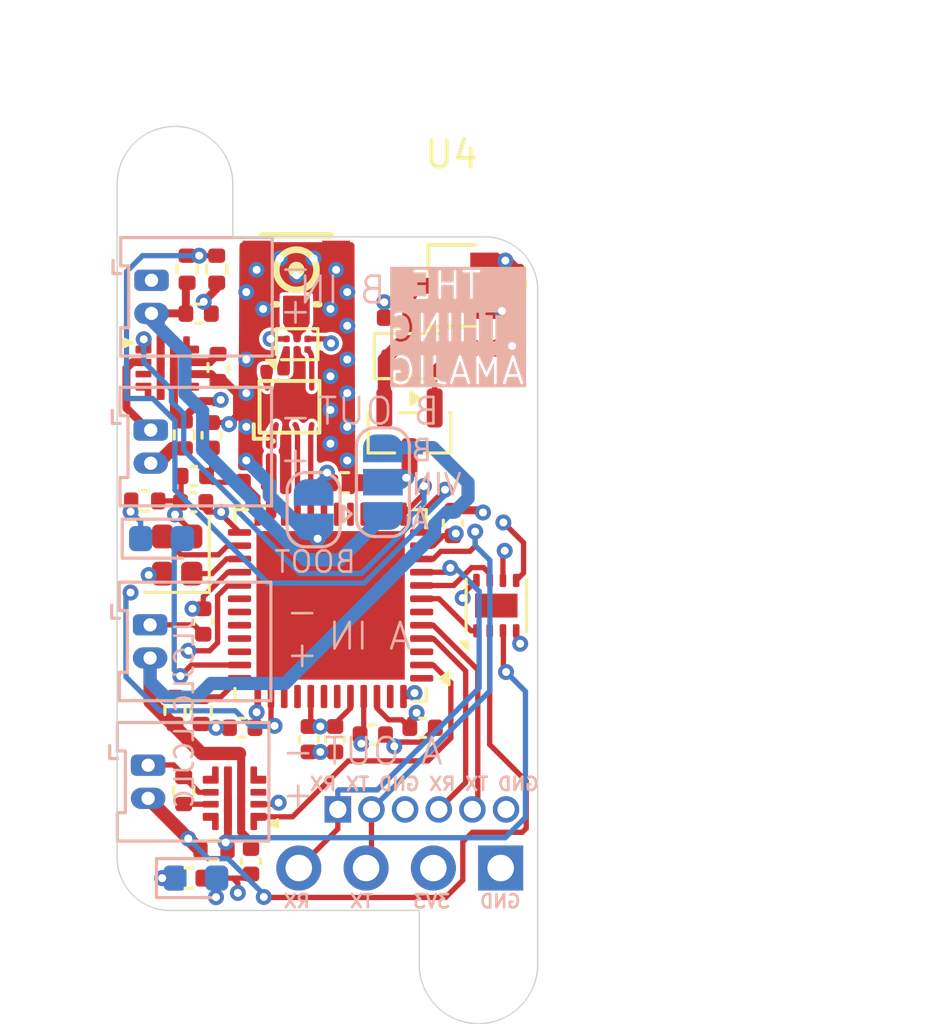
<source format=kicad_pcb>
(kicad_pcb (version 20241229) (generator "pcbnew") (generator_version "9.0")
  (layers (0 "F.Cu" signal) (4 "In1.Cu" signal) (6 "In2.Cu" signal) (2 "B.Cu" signal) (13 "F.Paste" user) (15 "B.Paste" user) (5 "F.SilkS" user "F.Silkscreen") (7 "B.SilkS" user "B.Silkscreen") (1 "F.Mask" user) (3 "B.Mask" user) (25 "Edge.Cuts" user))
  (net 0 "")
  (net 1 "GND")
  (net 2 "+3V3")
  (net 3 "Net-(U2-RFO_out)")
  (net 4 "Net-(D3-K)")
  (net 5 "+12VA")
  (net 6 "Net-(AE1-A)")
  (net 7 "/VFBSMPS")
  (net 8 "+12V")
  (net 9 "Net-(U3-RFO_HP)")
  (net 10 "Net-(D2-K)")
  (net 11 "Net-(JP1-C)")
  (net 12 "/VR_PA")
  (net 13 "/PWR B")
  (net 14 "/BOOTSEL")
  (net 15 "Net-(U2-RFI_P_out)")
  (net 16 "/PWR A")
  (net 17 "Net-(U6-ILM)")
  (net 18 "/LED INDICATION")
  (net 19 "Net-(U2-RFO_in)")
  (net 20 "/PWR A SENS")
  (net 21 "Net-(U5-ILM)")
  (net 22 "Net-(U2-RFI_N_out)")
  (net 25 "Net-(U1-RF2)")
  (net 28 "/OSC_IN")
  (net 36 "/OSC_OUT")
  (net 42 "/PRWA EN")
  (net 46 "/PWRB EN")
  (net 49 "Net-(D3-A)")
  (net 51 "/CURRENT SENSE A")
  (net 53 "/CAM1 TX")
  (net 54 "/CAM1 RX")
  (net 56 "Net-(D1-K)")
  (net 57 "/CAM2 RX")
  (net 58 "/CAM2 TX")
  (net 59 "/CURRENT SENSE B")
  (net 60 "/PWR B SENS")
  (net 61 "/BATT SENSE A")
  (net 62 "/BATT SENSE B")
  (net 63 "Net-(U1-RF1)")
  (net 67 "/RF CTRL")
  (footprint "Panelization:BreakLine_5h_D0.5mm_P0.85mm" (layer "F.Cu") (at 161.0868 119.4816)
    (property "Reference" "REF**" (hide yes))
    (property "Value" "BreakLine_5h_D0.5mm_P0.85mm" (hide yes))
  )
  (footprint "Capacitor_SMD:C_0402_1005Metric" (layer "F.Cu") (at 174.0134 121.6152 -90)
    (property "Reference" "C6" (hide yes))
    (property "Value" "1u")
  )
  (footprint "Resistor_SMD:R_0402_1005Metric" (layer "F.Cu") (at 161.4932 127.3048 -90)
    (property "Reference" "R3" (hide yes))
    (property "Value" "10m")
  )
  (footprint "Diode_SMD:D_SOD-323F" (layer "F.Cu") (at 170.2718 124.333)
    (property "Reference" "D3" (hide yes))
    (property "Value" "D_Zener")
  )
  (footprint "Capacitor_SMD:C_0201_0603Metric" (layer "F.Cu") (at 164.916 124.8651 180)
    (property "Reference" "C2" (hide yes))
    (property "Value" "68p")
  )
  (footprint "easyeda2kicad:CSPG-8_L2.1-W1.8_BALFHB-WL-03D3" (layer "F.Cu") (at 165.46 126.23 90)
    (property "Reference" "U2" (hide yes))
    (property "Value" "BALFHB-WL-02D3")
  )
  (footprint "Capacitor_SMD:C_0402_1005Metric" (layer "F.Cu") (at 171.6264 130.6274 90)
    (property "Reference" "C13" (hide yes))
    (property "Value" "100n")
  )
  (footprint "Capacitor_SMD:C_0402_1005Metric" (layer "F.Cu") (at 166.1908 138.7808 -90)
    (property "Reference" "C9" (hide yes))
    (property "Value" "100n")
  )
  (footprint ".pretty:SOT-23-3_L2.9-W1.6-P1.90-LS2.8-BR" (layer "F.Cu") (at 171.5796 121.6812)
    (property "Reference" "U4")
    (property "Value" "DS8242")
  )
  (footprint "easyeda2kicad:QFN-10-2x2-hotrod" (layer "F.Cu") (at 163.3862 141.0066 180)
    (property "Reference" "U5" (hide yes))
    (property "Value" "TPS25970LRPWR")
  )
  (footprint "Capacitor_SMD:C_0402_1005Metric" (layer "F.Cu") (at 162.0292 122.7328)
    (property "Reference" "C12" (hide yes))
    (property "Value" "1u")
  )
  (footprint "easyeda2kicad:QFN-10-2x2-hotrod" (layer "F.Cu") (at 160.8472 124.7866)
    (property "Reference" "U6" (hide yes))
    (property "Value" "TPS25970LRPWR")
  )
  (footprint "Resistor_SMD:R_0402_1005Metric" (layer "F.Cu") (at 172.845 124.0282)
    (property "Reference" "R10" (hide yes))
    (property "Value" "51k")
  )
  (footprint "Resistor_SMD:R_0402_1005Metric" (layer "F.Cu") (at 167.5384 129.1082 180)
    (property "Reference" "R4" (hide yes))
    (property "Value" "33k")
  )
  (footprint "Capacitor_SMD:C_0402_1005Metric" (layer "F.Cu") (at 163.6762 138.349 180)
    (property "Reference" "C8" (hide yes))
    (property "Value" "100n")
  )
  (footprint "Package_SON:WSON-8-1EP_2x2mm_P0.5mm_EP0.9x1.6mm" (layer "F.Cu") (at 173.2668 133.7412 90)
    (property "Reference" "U7" (hide yes))
    (property "Value" "INA2180")
  )
  (footprint "Resistor_SMD:R_0402_1005Metric" (layer "F.Cu") (at 161.671 144.018)
    (property "Reference" "R1" (hide yes))
    (property "Value" "1k")
  )
  (footprint "Capacitor_SMD:C_0402_1005Metric" (layer "F.Cu") (at 162.52 127.32 -90)
    (property "Reference" "C4" (hide yes))
    (property "Value" "47n")
  )
  (footprint "Resistor_SMD:R_0402_1005Metric" (layer "F.Cu") (at 161.4678 140.716 90)
    (property "Reference" "R6" (hide yes))
    (property "Value" "510")
  )
  (footprint "Capacitor_SMD:C_0402_1005Metric" (layer "F.Cu") (at 169.5176 122.8852 180)
    (property "Reference" "C5" (hide yes))
    (property "Value" "1u")
  )
  (footprint "Package_DFN_QFN:QFN-48-1EP_7x7mm_P0.5mm_EP5.6x5.6mm" (layer "F.Cu") (at 167.0121 133.733 180)
    (property "Reference" "U3" (hide yes))
    (property "Value" "STM32WLE4CCUx")
  )
  (footprint "Resistor_SMD:R_0402_1005Metric" (layer "F.Cu") (at 159.9946 129.794)
    (property "Reference" "R7" (hide yes))
    (property "Value" "1k")
  )
  (footprint "Resistor_SMD:R_0402_1005Metric" (layer "F.Cu") (at 162.1282 137.6954 -90)
    (property "Reference" "R9" (hide yes))
    (property "Value" "51k")
  )
  (footprint "Resistor_SMD:R_0402_1005Metric" (layer "F.Cu") (at 162.7632 124.7648 -90)
    (property "Reference" "R2" (hide yes))
    (property "Value" "510")
  )
  (footprint "Capacitor_SMD:C_0402_1005Metric" (layer "F.Cu") (at 161.8488 128.8542)
    (property "Reference" "C7" (hide yes))
    (property "Value" "47n")
  )
  (footprint "Resistor_SMD:R_0402_1005Metric" (layer "F.Cu") (at 162.7124 121.0564 -90)
    (property "Reference" "R24" (hide yes))
    (property "Value" "51k")
  )
  (footprint "Resistor_SMD:R_0402_1005Metric" (layer "F.Cu") (at 161.1376 137.6954 90)
    (property "Reference" "R8" (hide yes))
    (property "Value" "15k")
  )
  (footprint "Capacitor_SMD:C_0402_1005Metric" (layer "F.Cu") (at 168.6038 138.603)
    (property "Reference" "C18" (hide yes))
    (property "Value" "470n")
  )
  (footprint "Capacitor_SMD:C_0402_1005Metric" (layer "F.Cu") (at 162.2044 134.3406 -90)
    (property "Reference" "C11" (hide yes))
    (property "Value" "100n")
  )
  (footprint "Capacitor_SMD:C_0402_1005Metric" (layer "F.Cu") (at 170.4834 138.349)
    (property "Reference" "C14" (hide yes))
    (property "Value" "100n")
  )
  (footprint "Crystal:Crystal_SMD_2016-4Pin_2.0x1.6mm" (layer "F.Cu") (at 161.2212 131.8354 90)
    (property "Reference" "Y1" (hide yes))
    (property "Value" "32MHz")
  )
  (footprint ".pretty:ANT-SMD_1909763-1" (layer "F.Cu") (at 165.72 121.83 180)
    (property "Reference" "AE1" (hide yes))
    (property "Value" "Antenna_Shield")
  )
  (footprint "Capacitor_SMD:C_0402_1005Metric" (layer "F.Cu") (at 167.1814 138.7808 -90)
    (property "Reference" "C10" (hide yes))
    (property "Value" "100n")
  )
  (footprint "Resistor_SMD:R_0402_1005Metric" (layer "F.Cu") (at 161.5948 121.0564 90)
    (property "Reference" "R23" (hide yes))
    (property "Value" "15k")
  )
  (footprint "Inductor_SMD:L_0402_1005Metric" (layer "F.Cu") (at 164.19 129.09)
    (property "Reference" "L1" (hide yes))
    (property "Value" "47n")
  )
  (footprint "Package_LGA:Infineon_PG-TSNP-6-10_0.7x1.1mm_0.7x1.1mm_P0.4mm" (layer "F.Cu") (at 165.746 123.8851 90)
    (property "Reference" "U1" (hide yes))
    (property "Value" "BGS12P2L6")
  )
  (footprint "Capacitor_SMD:C_0402_1005Metric" (layer "F.Cu") (at 164.0078 143.383 -90)
    (property "Reference" "C1" (hide yes))
    (property "Value" "1u")
  )
  (footprint "Resistor_SMD:R_0402_1005Metric" (layer "F.Cu") (at 162.6108 142.9512 180)
    (property "Reference" "R5" (hide yes))
    (property "Value" "10m")
  )
  (footprint "Panelization:BreakLine_5h_D0.5mm_P0.85mm" (layer "F.Cu") (at 172.6184 145.5928 180)
    (property "Reference" "REF**" (hide yes))
    (property "Value" "BreakLine_5h_D0.5mm_P0.85mm" (hide yes))
  )
  (footprint "Package_TO_SOT_SMD:SOT-23" (layer "F.Cu") (at 169.99 127.2263 -90)
    (property "Reference" "Q1" (hide yes))
    (property "Value" "AO3401A")
  )
  (footprint "Capacitor_SMD:C_0201_0603Metric" (layer "F.Cu") (at 164.77 127.91 -90)
    (property "Reference" "C3" (hide yes))
    (property "Value" "100p")
  )
  (footprint "Capacitor_SMD:C_0402_1005Metric" (layer "F.Cu") (at 161.8234 129.8448 180)
    (property "Reference" "C22" (hide yes))
    (property "Value" "100n")
  )
  (footprint "Connector_PinHeader_1.27mm:PinHeader_1x06_P1.27mm_Vertical" (layer "B.Cu") (at 167.2844 141.4272 -90)
    (property "Reference" "J5" (hide yes))
    (property "Value" "Conn_01x06")
  )
  (footprint "Jumper:SolderJumper-3_P1.3mm_Open_RoundedPad1.0x1.5mm" (layer "B.Cu") (at 168.9862 129.0874 90)
    (property "Reference" "JP1" (hide yes))
    (property "Value" "Jumper")
  )
  (footprint "Connector_Molex:Molex_PicoBlade_53048-0210_1x02_P1.25mm_Horizontal" (layer "B.Cu") (at 160.2232 127.1216 -90)
    (property "Reference" "J3" (hide yes))
    (property "Value" "Power 1")
  )
  (footprint "Connector_Molex:Molex_PicoBlade_53048-0210_1x02_P1.25mm_Horizontal" (layer "B.Cu") (at 160.2504 121.4728 -90)
    (property "Reference" "J1" (hide yes))
    (property "Value" "Power 1")
  )
  (footprint "LED_SMD:LED_0603_1608Metric" (layer "B.Cu") (at 160.6296 131.2164)
    (property "Reference" "D2" (hide yes))
    (property "Value" "LED")
  )
  (footprint "LED_SMD:LED_0603_1608Metric" (layer "B.Cu") (at 161.925 144.018)
    (property "Reference" "D1" (hide yes))
    (property "Value" "LED")
  )
  (footprint "Connector_Molex:Molex_PicoBlade_53048-0210_1x02_P1.25mm_Horizontal" (layer "B.Cu") (at 160.1234 139.7608 -90)
    (property "Reference" "J7" (hide yes))
    (property "Value" "Power 1")
  )
  (footprint "Connector_Molex:Molex_PicoBlade_53048-0210_1x02_P1.25mm_Horizontal" (layer "B.Cu") (at 160.1978 134.4676 -90)
    (property "Reference" "J4" (hide yes))
    (property "Value" "Power 1")
  )
  (footprint "Jumper:SolderJumper-2_P1.3mm_Open_RoundedPad1.0x1.5mm" (layer "B.Cu") (at 166.37 130.1242 90)
    (property "Reference" "J6" (hide yes))
    (property "Value" "Conn_01x02")
  )
  (footprint "MountingHole:MountingHole_2.2mm_M2_DIN965" (layer "B.Cu") (at 172.6184 147.32)
    (property "Reference" "H2" (hide yes))
    (property "Value" "MountingHole")
  )
  (footprint "Connector_PinHeader_2.54mm:PinHeader_1x04_P2.54mm_Vertical" (layer "B.Cu") (at 173.4312 143.637 90)
    (property "Reference" "J2" (hide yes))
    (property "Value" "Conn_01x04")
  )
  (footprint "MountingHole:MountingHole_2.2mm_M2_DIN965" (layer "B.Cu") (at 161.1376 117.856)
    (property "Reference" "H1" (hide yes))
    (property "Value" "MountingHole")
  )
  (gr_arc (start 165.683575 126.921604) (mid 165.735585 127.045625) (end 165.7604 127.1778) (stroke (width 0.2)) (layer "F.Cu") (net 22))
  (gr_arc (start 166.2684 127.2286) (mid 166.276322 127.073408) (end 166.300007 126.919829) (stroke (width 0.2)) (layer "F.Cu") (net 15))
  (gr_line (start 163.322 119.8372) (end 163.322 117.856) (stroke (width 0.05)) (layer "Edge.Cuts"))
  (gr_arc (start 172.8282 119.8372) (mid 174.242414 120.422986) (end 174.8282 121.8372) (stroke (width 0.05)) (layer "Edge.Cuts"))
  (gr_arc (start 160.9532 145.2372) (mid 159.538986 144.651414) (end 158.9532 143.2372) (stroke (width 0.05)) (layer "Edge.Cuts"))
  (gr_arc (start 174.8282 147.2692) (mid 172.593 149.5044) (end 170.3578 147.2692) (stroke (width 0.05)) (layer "Edge.Cuts"))
  (gr_arc (start 158.9532 117.856) (mid 161.1376 115.6716) (end 163.322 117.856) (stroke (width 0.05)) (layer "Edge.Cuts"))
  (gr_line (start 172.8282 119.8372) (end 163.322 119.8372) (stroke (width 0.05)) (layer "Edge.Cuts"))
  (gr_line (start 158.9532 143.2372) (end 158.9532 119.8372) (stroke (width 0.05)) (layer "Edge.Cuts"))
  (gr_line (start 174.8282 145.2372) (end 174.8282 147.2692) (stroke (width 0.05)) (layer "Edge.Cuts"))
  (gr_line (start 170.3578 145.2372) (end 160.9532 145.2372) (stroke (width 0.05)) (layer "Edge.Cuts"))
  (gr_line (start 170.3578 145.2372) (end 170.3578 147.2692) (stroke (width 0.05)) (layer "Edge.Cuts"))
  (gr_line (start 158.9532 119.8372) (end 158.9532 117.856) (stroke (width 0.05)) (layer "Edge.Cuts"))
  (gr_line (start 174.8282 145.2372) (end 174.8282 121.8372) (stroke (width 0.05)) (layer "Edge.Cuts"))
  (gr_text "B IN" (at 169.164 122.428 0) (layer "B.SilkS") (effects (font (size 1 1) (thickness 0.1)) (justify left bottom mirror)))
  (gr_text "-\n+" (at 166.4744 141.4272 0) (layer "B.SilkS") (effects (font (size 1 1) (thickness 0.1)) (justify left bottom mirror)))
  (gr_text "GND TX RX GND TX RX " (at 174.926936 140.761917 0) (layer "B.SilkS") (effects (font (size 0.5 0.5) (thickness 0.1)) (justify left bottom mirror)))
  (gr_text "B\nVIN\nA" (at 169.9862 130.932375 0) (layer "B.SilkS") (effects (font (size 0.8 0.8) (thickness 0.1)) (justify right bottom mirror)))
  (gr_text "BOOT" (at 164.8206 132.5626 0) (layer "B.SilkS") (effects (font (size 0.8 0.8) (thickness 0.1)) (justify right bottom mirror)))
  (gr_text "A IN" (at 170.1292 135.4836 0) (layer "B.SilkS") (effects (font (size 1 1) (thickness 0.1)) (justify left bottom mirror)))
  (gr_text "-\n+" (at 166.624 136.144 0) (layer "B.SilkS") (effects (font (size 1 1) (thickness 0.1)) (justify left bottom mirror)))
  (gr_text "THE \nTHING\nAMAJIG\n" (at 169.164 125.476 0) (layer "B.SilkS" knockout) (effects (font (size 1 1) (thickness 0.1)) (justify right bottom mirror)))
  (gr_text "A OUT" (at 171.323 139.827 0) (layer "B.SilkS") (effects (font (size 1 1) (thickness 0.1)) (justify left bottom mirror)))
  (gr_text "-\n+" (at 166.37 123.19 0) (layer "B.SilkS") (effects (font (size 1 1) (thickness 0.1)) (justify left bottom mirror)))
  (gr_text "GND   3V3    TX    RX" (at 174.244 145.1864 0) (layer "B.SilkS") (effects (font (size 0.5 0.5) (thickness 0.1)) (justify left bottom mirror)))
  (gr_text "-\n+" (at 166.37 128.791745 0) (layer "B.SilkS") (effects (font (size 1 1) (thickness 0.1)) (justify left bottom mirror)))
  (gr_text "JLCJLCJLCJLC" (at 161.8978 134.112 90) (layer "B.SilkS") (effects (font (size 0.7 0.7) (thickness 0.1)) (justify left bottom mirror)))
  (gr_text "B OUT" (at 171.196 127 0) (layer "B.SilkS") (effects (font (size 1 1) (thickness 0.1)) (justify left bottom mirror)))
  (segment (start 162.5 125.0116) (end 162.7632 125.2748) (width 0.3) (layer "F.Cu") (net 1))
  (segment (start 164.2862 141.2316) (end 164.993631 141.2316) (width 0.2) (layer "F.Cu") (net 1))
  (segment (start 162.7124 121.5664) (end 162.7124 121.79259) (width 0.3) (layer "F.Cu") (net 1))
  (segment (start 163.010216 125.2748) (end 163.480255 125.744839) (width 0.3) (layer "F.Cu") (net 1))
  (segment (start 166.1908 139.2608) (end 166.624 139.2608) (width 0.2) (layer "F.Cu") (net 1))
  (segment (start 163.322 144.018) (end 163.510697 144.206697) (width 0.2) (layer "F.Cu") (net 1))
  (segment (start 162.0434 140.7816) (end 162.4862 140.7816) (width 0.2) (layer "F.Cu") (net 1))
  (segment (start 159.9472 124.5616) (end 159.5374 124.5616) (width 0.3) (layer "F.Cu") (net 1))
  (segment (start 169.926 138.89) (end 170.4224 138.89) (width 0.2) (layer "F.Cu") (net 1))
  (segment (start 173.355 124.0282) (end 173.7868 124.0282) (width 0.2) (layer "F.Cu") (net 1))
  (segment (start 170.4224 138.89) (end 170.9634 138.349) (width 0.2) (layer "F.Cu") (net 1))
  (segment (start 161.3688 128.8542) (end 161.3688 129.8194) (width 0.2) (layer "F.Cu") (net 1))
  (segment (start 162.181 144.018) (end 163.322 144.018) (width 0.2) (layer "F.Cu") (net 1))
  (segment (start 161.7472 125.0116) (end 162.5 125.0116) (width 0.3) (layer "F.Cu") (net 1))
  (segment (start 161.8514 134.4676) (end 162.2044 134.8206) (width 0.2) (layer "F.Cu") (net 1))
  (segment (start 163.8528 144.018) (end 164.0078 143.863) (width 0.2) (layer "F.Cu") (net 1))
  (segment (start 169.572654 138.89) (end 169.415758 139.046896) (width 0.2) (layer "F.Cu") (net 1))
  (segment (start 163.1962 138.349) (end 162.2718 138.349) (width 0.2) (layer "F.Cu") (net 1))
  (segment (start 173.7718 122.3368) (end 174.0134 122.0952) (width 0.5) (layer "F.Cu") (net 1))
  (segment (start 169.0376 122.3016) (end 169.037 122.301) (width 0.3) (layer "F.Cu") (net 1))
  (segment (start 172.68149 130.1474) (end 172.764255 130.230165) (width 0.3) (layer "F.Cu") (net 1))
  (segment (start 163.510697 144.206697) (end 163.510697 144.575907) (width 0.2) (layer "F.Cu") (net 1))
  (segment (start 163.322 144.018) (end 163.8528 144.018) (width 0.2) (layer "F.Cu") (net 1))
  (segment (start 161.4678 140.206) (end 161.4678 140.1318) (width 0.2) (layer "F.Cu") (net 1))
  (segment (start 163.118832 126.84) (end 163.175836 126.897004) (width 0.2) (layer "F.Cu") (net 1))
  (segment (start 162.5092 122.569946) (end 162.222122 122.282868) (width 0.2) (layer "F.Cu") (net 1))
  (segment (start 162.7124 121.79259) (end 162.222122 122.282868) (width 0.3) (layer "F.Cu") (net 1))
  (segment (start 166.624 139.2608) (end 167.1814 139.2608) (width 0.2) (layer "F.Cu") (net 1))
  (segment (start 159.5374 124.5616) (end 159.3042 124.7948) (width 0.3) (layer "F.Cu") (net 1))
  (segment (start 162.5092 122.7328) (end 162.5092 122.569946) (width 0.2) (layer "F.Cu") (net 1))
  (segment (start 170.0475 137.1705) (end 170.18 137.038) (width 0.2) (layer "F.Cu") (net 1))
  (segment (start 174.0168 134.6912) (end 174.0168 135.0288) (width 0.2) (layer "F.Cu") (net 1))
  (segment (start 160.6712 132.5354) (end 160.1996 132.5354) (width 0.2) (layer "F.Cu") (net 1))
  (segment (start 169.926 138.89) (end 169.572654 138.89) (width 0.2) (layer "F.Cu") (net 1))
  (segment (start 161.3688 129.8194) (end 161.3434 129.8448) (width 0.2) (layer "F.Cu") (net 1))
  (segment (start 160.1978 134.4676) (end 161.8514 134.4676) (width 0.2) (layer "F.Cu") (net 1))
  (segment (start 160.1334 139.7508) (end 160.1234 139.7608) (width 0.2) (layer "F.Cu") (net 1))
  (segment (start 161.0868 139.7508) (end 160.1334 139.7508) (width 0.2) (layer "F.Cu") (net 1))
  (segment (start 163.480255 126.592585) (end 163.175836 126.897004) (width 0.3) (layer "F.Cu") (net 1))
  (segment (start 161.4678 140.206) (end 162.0434 140.7816) (width 0.2) (layer "F.Cu") (net 1))
  (segment (start 161.2926 129.794) (end 161.3434 129.8448) (width 0.2) (layer "F.Cu") (net 1))
  (segment (start 160.5046 129.794) (end 161.2926 129.794) (width 0.2) (layer "F.Cu") (net 1))
  (segment (start 162.7632 125.2748) (end 163.010216 125.2748) (width 0.3) (layer "F.Cu") (net 1))
  (segment (start 173.7868 124.0282) (end 173.863 123.952) (width 0.2) (layer "F.Cu") (net 1))
  (segment (start 172.8196 122.6312) (end 173.4774 122.6312) (width 0.5) (layer "F.Cu") (net 1))
  (segment (start 161.7712 130.94044) (end 161.140516 130.309755) (width 0.2) (layer "F.Cu") (net 1))
  (segment (start 162.2718 138.349) (end 162.1282 138.2054) (width 0.2) (layer "F.Cu") (net 1))
  (segment (start 169.7621 137.1705) (end 170.0475 137.1705) (width 0.2) (layer "F.Cu") (net 1))
  (segment (start 169.3708 138.89) (end 169.926 138.89) (width 0.2) (layer "F.Cu") (net 1))
  (segment (start 160.1996 132.5354) (end 160.147 132.588) (width 0.2) (layer "F.Cu") (net 1))
  (segment (start 174.0168 135.0288) (end 174.1668 135.1788) (width 0.2) (layer "F.Cu") (net 1))
  (segment (start 159.3042 126.2924) (end 160.1234 127.1116) (width 0.3) (layer "F.Cu") (net 1))
  (segment (start 162.52 126.84) (end 163.118832 126.84) (width 0.2) (layer "F.Cu") (net 1))
  (segment (start 159.3042 124.7948) (end 159.3042 126.2924) (width 0.3) (layer "F.Cu") (net 1))
  (segment (start 173.4774 122.6312) (end 173.7718 122.3368) (width 0.5) (layer "F.Cu") (net 1))
  (segment (start 171.6264 130.1474) (end 172.68149 130.1474) (width 0.3) (layer "F.Cu") (net 1))
  (segment (start 169.0838 138.603) (end 169.3708 138.89) (width 0.2) (layer "F.Cu") (net 1))
  (segment (start 161.7712 131.1354) (end 161.7712 130.94044) (width 0.2) (layer "F.Cu") (net 1))
  (segment (start 169.0376 122.8852) (end 169.0376 122.3016) (width 0.3) (layer "F.Cu") (net 1))
  (segment (start 161.4678 140.1318) (end 161.0868 139.7508) (width 0.2) (layer "F.Cu") (net 1))
  (segment (start 164.993631 141.2316) (end 165.051127 141.174104) (width 0.2) (layer "F.Cu") (net 1))
  (segment (start 163.480255 125.744839) (end 163.480255 126.592585) (width 0.3) (layer "F.Cu") (net 1))
  (via (at 163.175836 126.897004) (size 0.6) (drill 0.3) (layers "F.Cu" "B.Cu") (net 1))
  (via (at 166.37 120.65) (size 0.6) (drill 0.3) (layers "F.Cu" "B.Cu") (net 1))
  (via (at 167.64 121.92) (size 0.6) (drill 0.3) (layers "F.Cu" "B.Cu") (net 1))
  (via (at 162.687 138.349) (size 0.6) (drill 0.3) (layers "F.Cu" "B.Cu") (net 1))
  (via (at 163.83 127) (size 0.6) (drill 0.3) (layers "F.Cu" "B.Cu") (net 1))
  (via (at 163.83 125.73) (size 0.6) (drill 0.3) (layers "F.Cu" "B.Cu") (net 1))
  (via (at 167.64 125.73) (size 0.6) (drill 0.3) (layers "F.Cu" "B.Cu") (net 1))
  (via (at 167.005 127.635) (size 0.6) (drill 0.3) (layers "F.Cu" "B.Cu") (net 1))
  (via (at 160.147 132.588) (size 0.6) (drill 0.3) (layers "F.Cu" "B.Cu") (net 1))
  (via (at 170.18 137.038) (size 0.6) (drill 0.3) (layers "F.Cu" "B.Cu") (net 1))
  (via (at 167.005 122.555) (size 0.6) (drill 0.3) (layers "F.Cu" "B.Cu") (net 1))
  (via (at 167.64 127) (size 0.6) (drill 0.3) (layers "F.Cu" "B.Cu") (net 1))
  (via (at 167.64 124.46) (size 0.6) (drill 0.3) (layers "F.Cu" "B.Cu") (net 1))
  (via (at 166.624 139.2608) (size 0.6) (drill 0.3) (layers "F.Cu" "B.Cu") (net 1))
  (via (at 167.64 123.19) (size 0.6) (drill 0.3) (layers "F.Cu" "B.Cu") (net 1))
  (via (at 169.415758 139.046896) (size 0.6) (drill 0.3) (layers "F.Cu" "B.Cu") (net 1))
  (via (at 161.140516 130.309755) (size 0.6) (drill 0.3) (layers "F.Cu" "B.Cu") (net 1))
  (via (at 164.465 122.555) (size 0.6) (drill 0.3) (layers "F.Cu" "B.Cu") (net 1))
  (via (at 173.863 123.952) (size 0.6) (drill 0.3) (layers "F.Cu" "B.Cu") (net 1))
  (via (at 163.510697 144.575907) (size 0.6) (drill 0.3) (layers "F.Cu" "B.Cu") (net 1))
  (via (at 165.051127 141.174104) (size 0.6) (drill 0.3) (layers "F.Cu" "B.Cu") (net 1))
  (via (at 174.1668 135.1788) (size 0.6) (drill 0.3) (layers "F.Cu" "B.Cu") (net 1))
  (via (at 167.22 121.08) (size 0.6) (drill 0.3) (layers "F.Cu" "B.Cu") (net 1))
  (via (at 169.037 122.301) (size 0.6) (drill 0.3) (layers "F.Cu" "B.Cu") (net 1))
  (via (at 173.4774 122.6312) (size 0.6) (drill 0.3) (layers "F.Cu" "B.Cu") (net 1))
  (via (at 167.005 126.365) (size 0.6) (drill 0.3) (layers "F.Cu" "B.Cu") (net 1))
  (via (at 163.83 128.27) (size 0.6) (drill 0.3) (layers "F.Cu" "B.Cu") (net 1))
  (via (at 163.83 124.46) (size 0.6) (drill 0.3) (layers "F.Cu" "B.Cu") (net 1))
  (via (at 162.222122 122.282868) (size 0.6) (drill 0.3) (layers "F.Cu" "B.Cu") (net 1))
  (via (at 163.83 121.92) (size 0.6) (drill 0.3) (layers "F.Cu" "B.Cu") (net 1))
  (via (at 165.735 121.285) (size 0.6) (drill 0.3) (layers "F.Cu" "B.Cu") (net 1))
  (via (at 167.005 125.095) (size 0.6) (drill 0.3) (layers "F.Cu" "B.Cu") (net 1))
  (via (at 167.64 128.27) (size 0.6) (drill 0.3) (layers "F.Cu" "B.Cu") (net 1))
  (via (at 164.22 121.08) (size 0.6) (drill 0.3) (layers "F.Cu" "B.Cu") (net 1))
  (via (at 165.1 120.65) (size 0.6) (drill 0.3) (layers "F.Cu" "B.Cu") (net 1))
  (via (at 166.5224 131.2164) (size 0.6) (drill 0.3) (layers "F.Cu" "B.Cu") (net 1))
  (via (at 172.764255 130.230165) (size 0.6) (drill 0.3) (layers "F.Cu" "B.Cu") (net 1))
  (segment (start 164.701551 129.141551) (end 163.83 128.27) (width 0.5) (layer "B.Cu") (net 1))
  (segment (start 166.37 130.7742) (end 166.37 131.064) (width 0.5) (layer "B.Cu") (net 1))
  (segment (start 166.37 131.064) (end 166.5224 131.2164) (width 0.5) (layer "B.Cu") (net 1))
  (segment (start 166.37 130.7742) (end 165.874112 130.7742) (width 0.5) (layer "B.Cu") (net 1))
  (segment (start 164.701551 129.601639) (end 164.701551 129.141551) (width 0.5) (layer "B.Cu") (net 1))
  (segment (start 165.874112 130.7742) (end 164.701551 129.601639) (width 0.5) (layer "B.Cu") (net 1))
  (segment (start 164.2621 138.2431) (end 164.1562 138.349) (width 0.2) (layer "F.Cu") (net 2))
  (segment (start 161.8006 133.8606) (end 161.798 133.858) (width 0.2) (layer "F.Cu") (net 2))
  (segment (start 167.069299 138.3008) (end 167.7621 137.607999) (width 0.2) (layer "F.Cu") (net 2))
  (segment (start 166.2621 137.1705) (end 166.2621 138.2295) (width 0.2) (layer "F.Cu") (net 2))
  (segment (start 171.998783 133.309217) (end 171.998783 133.456769) (width 0.2) (layer "F.Cu") (net 2))
  (segment (start 169.203101 138.049) (end 169.7034 138.049) (width 0.2) (layer "F.Cu") (net 2))
  (segment (start 166.624 138.3008) (end 166.1908 138.3008) (width 0.2) (layer "F.Cu") (net 2))
  (segment (start 172.5168 132.7912) (end 171.998783 133.309217) (width 0.2) (layer "F.Cu") (net 2))
  (segment (start 166.624 138.3008) (end 167.069299 138.3008) (width 0.2) (layer "F.Cu") (net 2))
  (segment (start 166.8651 123.6851) (end 167.0304 123.8504) (width 0.2) (layer "F.Cu") (net 2))
  (segment (start 162.2044 133.8606) (end 162.2044 133.415701) (width 0.2) (layer "F.Cu") (net 2))
  (segment (start 171.71283 131.02097) (end 171.736506 131.02097) (width 0.2) (layer "F.Cu") (net 2))
  (segment (start 168.7621 137.607999) (end 169.203101 138.049) (width 0.2) (layer "F.Cu") (net 2))
  (segment (start 162.2044 133.8606) (end 161.8006 133.8606) (width 0.2) (layer "F.Cu") (net 2))
  (segment (start 170.0034 138.349) (end 170.0034 138.037951) (width 0.2) (layer "F.Cu") (net 2))
  (segment (start 173.6094 120.7312) (end 174.0134 121.1352) (width 0.5) (layer "F.Cu") (net 2))
  (segment (start 164.2621 137.1705) (end 164.2621 138.2431) (width 0.2) (layer "F.Cu") (net 2))
  (segment (start 168.7621 137.1705) (end 168.7621 137.607999) (width 0.2) (layer "F.Cu") (net 2))
  (segment (start 170.4496 131.483) (end 170.887099 131.483) (width 0.2) (layer "F.Cu") (net 2))
  (segment (start 172.8196 120.7312) (end 173.6094 120.7312) (width 0.5) (layer "F.Cu") (net 2))
  (segment (start 162.3034 129.8448) (end 162.3034 130.154799) (width 0.2) (layer "F.Cu") (net 2))
  (segment (start 167.7621 137.607999) (end 167.7621 137.1705) (width 0.2) (layer "F.Cu") (net 2))
  (segment (start 171.6264 131.1074) (end 171.71283 131.02097) (width 0.2) (layer "F.Cu") (net 2))
  (segment (start 162.3034 130.154799) (end 162.360912 130.212311) (width 0.2) (layer "F.Cu") (net 2))
  (segment (start 170.887099 131.483) (end 171.262699 131.1074) (width 0.2) (layer "F.Cu") (net 2))
  (segment (start 162.2044 133.415701) (end 163.137101 132.483) (width 0.2) (layer "F.Cu") (net 2))
  (segment (start 162.360912 130.212311) (end 162.881551 130.212311) (width 0.2) (layer "F.Cu") (net 2))
  (segment (start 170.0034 138.037951) (end 170.257721 137.78363) (width 0.2) (layer "F.Cu") (net 2))
  (segment (start 166.146 123.6851) (end 166.8651 123.6851) (width 0.2) (layer "F.Cu") (net 2))
  (segment (start 163.5746 130.983) (end 162.881551 130.289951) (width 0.2) (layer "F.Cu") (net 2))
  (segment (start 163.137101 132.483) (end 163.5746 132.483) (width 0.2) (layer "F.Cu") (net 2))
  (segment (start 169.7034 138.049) (end 170.0034 138.349) (width 0.2) (layer "F.Cu") (net 2))
  (segment (start 171.262699 131.1074) (end 171.6264 131.1074) (width 0.2) (layer "F.Cu") (net 2))
  (segment (start 162.881551 130.289951) (end 162.881551 130.212311) (width 0.2) (layer "F.Cu") (net 2))
  (segment (start 166.2621 138.2295) (end 166.1908 138.3008) (width 0.2) (layer "F.Cu") (net 2))
  (via (at 171.998783 133.456769) (size 0.6) (drill 0.3) (layers "F.Cu" "B.Cu") (net 2))
  (via (at 164.220177 137.763124) (size 0.6) (drill 0.3) (layers "F.Cu" "B.Cu") (net 2))
  (via (at 161.798 133.858) (size 0.6) (drill 0.3) (layers "F.Cu" "B.Cu") (net 2))
  (via (at 173.6094 120.7312) (size 0.6) (drill 0.3) (layers "F.Cu" "B.Cu") (net 2))
  (via (at 171.736506 131.02097) (size 0.6) (drill 0.3) (layers "F.Cu" "B.Cu") (net 2))
  (via (at 167.0304 123.8504) (size 0.6) (drill 0.3) (layers "F.Cu" "B.Cu") (net 2))
  (via (at 170.257721 137.78363) (size 0.6) (drill 0.3) (layers "F.Cu" "B.Cu") (net 2))
  (via (at 162.687 144.7372) (size 0.6) (drill 0.3) (layers "F.Cu" "B.Cu") (net 2))
  (via (at 166.624 138.3008) (size 0.6) (drill 0.3) (layers "F.Cu" "B.Cu") (net 2))
  (via (at 162.881551 130.212311) (size 0.6) (drill 0.3) (layers "F.Cu" "B.Cu") (net 2))
  (segment (start 162.7125 144.7117) (end 162.687 144.7372) (width 0.2) (layer "B.Cu") (net 2))
  (segment (start 162.7125 144.018) (end 162.7125 144.7117) (width 0.2) (layer "B.Cu") (net 2))
  (segment (start 169.04 126.2888) (end 169.04 124.4648) (width 0.5) (layer "F.Cu") (net 4))
  (segment (start 169.04 124.4648) (end 169.1718 124.333) (width 0.5) (layer "F.Cu") (net 4))
  (segment (start 169.9976 122.8852) (end 169.9976 122.0232) (width 0.5) (layer "F.Cu") (net 4))
  (segment (start 169.1718 124.333) (end 169.9976 123.5072) (width 0.5) (layer "F.Cu") (net 4))
  (segment (start 169.9976 123.5072) (end 169.9976 122.8852) (width 0.5) (layer "F.Cu") (net 4))
  (segment (start 169.9976 122.0232) (end 170.3396 121.6812) (width 0.5) (layer "F.Cu") (net 4))
  (segment (start 163.6362 141.0066) (end 163.6362 142.277044) (width 0.3) (layer "F.Cu") (net 5))
  (segment (start 163.6362 139.3792) (end 163.576 139.319) (width 0.3) (layer "F.Cu") (net 5))
  (segment (start 160.1978 135.7176) (end 160.1978 137.370902) (width 0.5) (layer "F.Cu") (net 5))
  (segment (start 163.6362 142.277044) (end 164.0078 142.648644) (width 0.3) (layer "F.Cu") (net 5))
  (segment (start 164.0078 142.648644) (end 164.0078 142.903) (width 0.3) (layer "F.Cu") (net 5))
  (segment (start 162.145898 139.319) (end 163.576 139.319) (width 0.5) (layer "F.Cu") (net 5))
  (segment (start 163.6362 141.0066) (end 163.6362 139.3792) (width 0.3) (layer "F.Cu") (net 5))
  (segment (start 160.1978 137.370902) (end 162.145898 139.319) (width 0.5) (layer "F.Cu") (net 5))
  (segment (start 172.199564 129.10819) (end 170.878774 127.7874) (width 0.5) (layer "B.Cu") (net 5))
  (segment (start 170.878774 127.7874) (end 168.9862 127.7874) (width 0.5) (layer "B.Cu") (net 5))
  (segment (start 171.405135 130.22097) (end 171.673856 130.22097) (width 0.5) (layer "B.Cu") (net 5))
  (segment (start 165.293096 136.6774) (end 170.936506 131.03399) (width 0.5) (layer "B.Cu") (net 5))
  (segment (start 160.1978 135.7176) (end 160.1978 136.6176) (width 0.5) (layer "B.Cu") (net 5))
  (segment (start 172.199564 129.695262) (end 172.199564 129.10819) (width 0.5) (layer "B.Cu") (net 5))
  (segment (start 160.1978 136.6176) (end 160.7782 137.198) (width 0.5) (layer "B.Cu") (net 5))
  (segment (start 162.497571 136.6774) (end 165.293096 136.6774) (width 0.5) (layer "B.Cu") (net 5))
  (segment (start 170.936506 130.689599) (end 171.405135 130.22097) (width 0.5) (layer "B.Cu") (net 5))
  (segment (start 161.976971 137.198) (end 162.497571 136.6774) (width 0.5) (layer "B.Cu") (net 5))
  (segment (start 160.7782 137.198) (end 161.976971 137.198) (width 0.5) (layer "B.Cu") (net 5))
  (segment (start 171.673856 130.22097) (end 172.199564 129.695262) (width 0.5) (layer "B.Cu") (net 5))
  (segment (start 170.936506 131.03399) (end 170.936506 130.689599) (width 0.5) (layer "B.Cu") (net 5))
  (segment (start 168.1238 138.603) (end 168.1238 138.900129) (width 0.2) (layer "F.Cu") (net 7))
  (segment (start 162.7454 135.1458) (end 162.445811 135.445389) (width 0.2) (layer "F.Cu") (net 7))
  (segment (start 162.445811 135.445389) (end 161.644457 135.445389) (width 0.2) (layer "F.Cu") (net 7))
  (segment (start 163.137101 132.983) (end 162.7454 133.374701) (width 0.2) (layer "F.Cu") (net 7))
  (segment (start 168.2621 137.1705) (end 168.2621 138.4647) (width 0.2) (layer "F.Cu") (net 7))
  (segment (start 168.2621 138.4647) (end 168.1238 138.603) (width 0.2) (layer "F.Cu") (net 7))
  (segment (start 163.5746 132.983) (end 163.137101 132.983) (width 0.2) (layer "F.Cu") (net 7))
  (segment (start 162.7454 133.374701) (end 162.7454 135.1458) (width 0.2) (layer "F.Cu") (net 7))
  (segment (start 168.1238 138.900129) (end 168.172071 138.9484) (width 0.2) (layer "F.Cu") (net 7))
  (via (at 168.172071 138.9484) (size 0.6) (drill 0.3) (layers "F.Cu" "B.Cu") (net 7))
  (via (at 161.644457 135.445389) (size 0.6) (drill 0.3) (layers "F.Cu" "B.Cu") (net 7))
  (segment (start 161.5392 122.7228) (end 161.5492 122.7328) (width 0.3) (layer "F.Cu") (net 8))
  (segment (start 161.5492 121.612) (end 161.5948 121.5664) (width 0.3) (layer "F.Cu") (net 8))
  (segment (start 160.5972 123.0696) (end 160.5972 124.7866) (width 0.3) (layer "F.Cu") (net 8))
  (segment (start 160.2504 122.7228) (end 161.5392 122.7228) (width 0.3) (layer "F.Cu") (net 8))
  (segment (start 161.5492 122.7328) (end 161.5492 121.612) (width 0.3) (layer "F.Cu") (net 8))
  (segment (start 160.2504 122.7228) (end 160.5972 123.0696) (width 0.3) (layer "F.Cu") (net 8))
  (segment (start 162.180799 127.871072) (end 162.180799 126.398061) (width 0.5) (layer "B.Cu") (net 8))
  (segment (start 161.5144 125.7512) (end 161.5144 124.2368) (width 0.5) (layer "B.Cu") (net 8))
  (segment (start 161.5144 124.2368) (end 160.2504 122.9728) (width 0.5) (layer "B.Cu") (net 8))
  (segment (start 168.9862 130.3874) (end 167.3572 132.0164) (width 0.5) (layer "B.Cu") (net 8))
  (segment (start 166.06678 132.0164) (end 164.041551 129.991171) (width 0.5) (layer "B.Cu") (net 8))
  (segment (start 162.173138 126.3904) (end 162.1536 126.3904) (width 0.5) (layer "B.Cu") (net 8))
  (segment (start 160.2504 122.9728) (end 160.2504 122.7228) (width 0.5) (layer "B.Cu") (net 8))
  (segment (start 164.041551 129.731824) (end 162.180799 127.871072) (width 0.5) (layer "B.Cu") (net 8))
  (segment (start 164.041551 129.991171) (end 164.041551 129.731824) (width 0.5) (layer "B.Cu") (net 8))
  (segment (start 167.3572 132.0164) (end 166.06678 132.0164) (width 0.5) (layer "B.Cu") (net 8))
  (segment (start 162.1536 126.3904) (end 161.5144 125.7512) (width 0.5) (layer "B.Cu") (net 8))
  (segment (start 162.180799 126.398061) (end 162.173138 126.3904) (width 0.5) (layer "B.Cu") (net 8))
  (segment (start 164.77 130.2955) (end 164.77 128.23) (width 0.4) (layer "F.Cu") (net 9))
  (via (at 159.4612 130.2004) (size 0.6) (drill 0.3) (layers "F.Cu" "B.Cu") (net 10))
  (segment (start 159.8421 131.2164) (end 159.8421 130.5813) (width 0.2) (layer "B.Cu") (net 10))
  (segment (start 159.8421 130.5813) (end 159.4612 130.2004) (width 0.2) (layer "B.Cu") (net 10))
  (via (at 169.864332 128.920997) (size 0.6) (drill 0.3) (layers "F.Cu" "B.Cu") (net 11))
  (segment (start 169.697929 129.0874) (end 169.864332 128.920997) (width 0.5) (layer "B.Cu") (net 11))
  (segment (start 168.9862 129.0874) (end 169.697929 129.0874) (width 0.5) (layer "B.Cu") (net 11))
  (segment (start 162.52 127.8) (end 162.52 128.663) (width 0.2) (layer "F.Cu") (net 12))
  (segment (start 162.52 128.663) (end 162.3288 128.8542) (width 0.2) (layer "F.Cu") (net 12))
  (segment (start 163.705 129.09) (end 162.5646 129.09) (width 0.2) (layer "F.Cu") (net 12))
  (segment (start 164.2621 130.2955) (end 164.2621 129.6471) (width 0.2) (layer "F.Cu") (net 12))
  (segment (start 162.5646 129.09) (end 162.3288 128.8542) (width 0.2) (layer "F.Cu") (net 12))
  (segment (start 164.2621 129.6471) (end 163.705 129.09) (width 0.2) (layer "F.Cu") (net 12))
  (segment (start 161.049626 127.8148) (end 161.4932 127.8148) (width 0.5) (layer "F.Cu") (net 13))
  (segment (start 160.2232 128.3716) (end 160.492826 128.3716) (width 0.5) (layer "F.Cu") (net 13))
  (segment (start 173.5168 131.7404) (end 173.5836 131.6736) (width 0.2) (layer "F.Cu") (net 13))
  (segment (start 160.492826 128.3716) (end 161.049626 127.8148) (width 0.5) (layer "F.Cu") (net 13))
  (segment (start 173.5168 132.7912) (end 173.5168 131.7404) (width 0.2) (layer "F.Cu") (net 13))
  (via (at 173.5836 131.6736) (size 0.6) (drill 0.3) (layers "F.Cu" "B.Cu") (net 13))
  (segment (start 166.7621 129.3745) (end 167.0284 129.1082) (width 0.2) (layer "F.Cu") (net 14))
  (segment (start 166.7621 130.2955) (end 166.7621 129.3745) (width 0.2) (layer "F.Cu") (net 14))
  (via (at 166.878 128.7272) (size 0.6) (drill 0.3) (layers "F.Cu" "B.Cu") (net 14))
  (segment (start 166.37 129.4742) (end 166.37 129.2352) (width 0.2) (layer "B.Cu") (net 14))
  (segment (start 166.37 129.2352) (end 166.878 128.7272) (width 0.2) (layer "B.Cu") (net 14))
  (segment (start 166.2621 130.2955) (end 166.2621 127.254) (width 0.2) (layer "F.Cu") (net 15))
  (segment (start 161.6388 142.5262) (end 160.1234 141.0108) (width 0.5) (layer "F.Cu") (net 16))
  (segment (start 162.0638 142.9512) (end 162.1008 142.9512) (width 0.5) (layer "F.Cu") (net 16))
  (segment (start 161.6388 142.5262) (end 162.0638 142.9512) (width 0.5) (layer "F.Cu") (net 16))
  (segment (start 172.0022 144.097192) (end 172.0022 142.653) (width 0.2) (layer "F.Cu") (net 16))
  (segment (start 164.5092 144.748) (end 171.351392 144.748) (width 0.2) (layer "F.Cu") (net 16))
  (segment (start 174.3954 142.1394) (end 174.3954 140.3604) (width 0.2) (layer "F.Cu") (net 16))
  (segment (start 174.244 142.2908) (end 174.3954 142.1394) (width 0.2) (layer "F.Cu") (net 16))
  (segment (start 172.0022 142.653) (end 172.3644 142.2908) (width 0.2) (layer "F.Cu") (net 16))
  (segment (start 164.4904 144.7292) (end 164.5092 144.748) (width 0.2) (layer "F.Cu") (net 16))
  (segment (start 174.3954 140.3604) (end 173.0168 138.9818) (width 0.2) (layer "F.Cu") (net 16))
  (segment (start 171.351392 144.748) (end 172.0022 144.097192) (width 0.2) (layer "F.Cu") (net 16))
  (segment (start 172.3644 142.2908) (end 174.244 142.2908) (width 0.2) (layer "F.Cu") (net 16))
  (segment (start 173.0168 138.9818) (end 173.0168 134.6912) (width 0.2) (layer "F.Cu") (net 16))
  (via (at 161.6388 142.5262) (size 0.6) (drill 0.3) (layers "F.Cu" "B.Cu") (net 16))
  (via (at 164.4904 144.7292) (size 0.6) (drill 0.3) (layers "F.Cu" "B.Cu") (net 16))
  (segment (start 162.3946 143.282) (end 161.6388 142.5262) (width 0.2) (layer "B.Cu") (net 16))
  (segment (start 164.4904 144.63637) (end 163.13603 143.282) (width 0.2) (layer "B.Cu") (net 16))
  (segment (start 164.4904 144.7292) (end 164.4904 144.63637) (width 0.2) (layer "B.Cu") (net 16))
  (segment (start 163.13603 143.282) (end 162.3946 143.282) (width 0.2) (layer "B.Cu") (net 16))
  (segment (start 161.7472 124.5616) (end 162.4564 124.5616) (width 0.3) (layer "F.Cu") (net 17))
  (segment (start 162.4564 124.5616) (end 162.7632 124.2548) (width 0.3) (layer "F.Cu") (net 17))
  (segment (start 163.5746 135.983) (end 161.7558 135.983) (width 0.2) (layer "F.Cu") (net 18))
  (segment (start 161.7558 135.983) (end 161.3408 136.398) (width 0.2) (layer "F.Cu") (net 18))
  (via (at 161.3408 136.398) (size 0.6) (drill 0.3) (layers "F.Cu" "B.Cu") (net 18))
  (segment (start 161.1088 131.5247) (end 161.4171 131.2164) (width 0.2) (layer "B.Cu") (net 18))
  (segment (start 161.3408 136.398) (end 161.1088 136.166) (width 0.2) (layer "B.Cu") (net 18))
  (segment (start 161.1088 136.166) (end 161.1088 131.5247) (width 0.2) (layer "B.Cu") (net 18))
  (segment (start 173.5328 136.144) (end 173.5328 134.7072) (width 0.2) (layer "F.Cu") (net 20))
  (segment (start 163.1362 142.9358) (end 163.1208 142.9512) (width 0.3) (layer "F.Cu") (net 20))
  (segment (start 173.5328 134.7072) (end 173.5168 134.6912) (width 0.2) (layer "F.Cu") (net 20))
  (segment (start 173.6344 136.2456) (end 173.5328 136.144) (width 0.2) (layer "F.Cu") (net 20))
  (segment (start 163.1362 141.0066) (end 163.1362 142.9358) (width 0.3) (layer "F.Cu") (net 20))
  (via (at 163.053526 142.672435) (size 0.6) (drill 0.3) (layers "F.Cu" "B.Cu") (net 20))
  (via (at 173.6344 136.2456) (size 0.6) (drill 0.3) (layers "F.Cu" "B.Cu") (net 20))
  (segment (start 173.601391 142.494) (end 163.231961 142.494) (width 0.2) (layer "B.Cu") (net 20))
  (segment (start 174.3654 136.9766) (end 174.3654 141.729991) (width 0.2) (layer "B.Cu") (net 20))
  (segment (start 173.6344 136.2456) (end 174.3654 136.9766) (width 0.2) (layer "B.Cu") (net 20))
  (segment (start 174.3654 141.729991) (end 173.601391 142.494) (width 0.2) (layer "B.Cu") (net 20))
  (segment (start 163.231961 142.494) (end 163.053526 142.672435) (width 0.2) (layer "B.Cu") (net 20))
  (segment (start 162.4862 141.2316) (end 161.4734 141.2316) (width 0.2) (layer "F.Cu") (net 21))
  (segment (start 161.4734 141.2316) (end 161.4678 141.226) (width 0.2) (layer "F.Cu") (net 21))
  (segment (start 165.7621 130.2955) (end 165.7621 127.2032) (width 0.2) (layer "F.Cu") (net 22))
  (segment (start 160.6712 131.1354) (end 161.3618 131.826) (width 0.2) (layer "F.Cu") (net 28))
  (segment (start 163.12021 131.483) (end 163.5746 131.483) (width 0.2) (layer "F.Cu") (net 28))
  (segment (start 161.3618 131.826) (end 162.77721 131.826) (width 0.2) (layer "F.Cu") (net 28))
  (segment (start 162.77721 131.826) (end 163.12021 131.483) (width 0.2) (layer "F.Cu") (net 28))
  (segment (start 163.0869 131.983) (end 163.5746 131.983) (width 0.2) (layer "F.Cu") (net 36))
  (segment (start 162.5345 132.5354) (end 163.0869 131.983) (width 0.2) (layer "F.Cu") (net 36))
  (segment (start 161.7712 132.5354) (end 162.5345 132.5354) (width 0.2) (layer "F.Cu") (net 36))
  (segment (start 164.1362 141.7066) (end 165.574154 141.7066) (width 0.2) (layer "F.Cu") (net 42))
  (segment (start 171.5516 138.7348) (end 171.5516 136.647501) (width 0.2) (layer "F.Cu") (net 42))
  (segment (start 171.5516 136.647501) (end 170.887099 135.983) (width 0.2) (layer "F.Cu") (net 42))
  (segment (start 167.682354 139.5984) (end 170.688 139.5984) (width 0.2) (layer "F.Cu") (net 42))
  (segment (start 170.688 139.5984) (end 171.5516 138.7348) (width 0.2) (layer "F.Cu") (net 42))
  (segment (start 170.887099 135.983) (end 170.4496 135.983) (width 0.2) (layer "F.Cu") (net 42))
  (segment (start 165.574154 141.7066) (end 167.682354 139.5984) (width 0.2) (layer "F.Cu") (net 42))
  (segment (start 159.9588 123.9482) (end 159.9588 123.698) (width 0.3) (layer "F.Cu") (net 46))
  (segment (start 170.5356 129.2352) (end 170.5356 129.522) (width 0.2) (layer "F.Cu") (net 46))
  (segment (start 170.5356 129.522) (end 169.7621 130.2955) (width 0.2) (layer "F.Cu") (net 46))
  (segment (start 160.0972 124.0866) (end 159.9588 123.9482) (width 0.3) (layer "F.Cu") (net 46))
  (via (at 170.5356 129.2352) (size 0.6) (drill 0.3) (layers "F.Cu" "B.Cu") (net 46))
  (via (at 159.9588 123.698) (size 0.6) (drill 0.3) (layers "F.Cu" "B.Cu") (net 46))
  (segment (start 161.324676 126.3662) (end 161.0034 126.044924) (width 0.2) (layer "B.Cu") (net 46))
  (segment (start 170.5356 129.860141) (end 170.0022 130.393541) (width 0.2) (layer "B.Cu") (net 46))
  (segment (start 170.0022 130.704688) (end 168.180488 132.5264) (width 0.2) (layer "B.Cu") (net 46))
  (segment (start 170.5356 129.2352) (end 170.5356 129.860141) (width 0.2) (layer "B.Cu") (net 46))
  (segment (start 168.180488 132.5264) (end 167.569864 132.5264) (width 0.2) (layer "B.Cu") (net 46))
  (segment (start 161.32609 126.3662) (end 161.324676 126.3662) (width 0.2) (layer "B.Cu") (net 46))
  (segment (start 165.855116 132.5274) (end 163.530551 130.202834) (width 0.2) (layer "B.Cu") (net 46))
  (segment (start 161.0034 125.5958) (end 159.9588 124.5512) (width 0.2) (layer "B.Cu") (net 46))
  (segment (start 170.0022 130.393541) (end 170.0022 130.704688) (width 0.2) (layer "B.Cu") (net 46))
  (segment (start 159.9588 124.5512) (end 159.9588 123.698) (width 0.2) (layer "B.Cu") (net 46))
  (segment (start 163.530551 130.202834) (end 163.530551 129.943488) (width 0.2) (layer "B.Cu") (net 46))
  (segment (start 161.0034 126.044924) (end 161.0034 125.5958) (width 0.2) (layer "B.Cu") (net 46))
  (segment (start 161.4676 126.50771) (end 161.32609 126.3662) (width 0.2) (layer "B.Cu") (net 46))
  (segment (start 163.530551 129.943488) (end 161.4676 127.880537) (width 0.2) (layer "B.Cu") (net 46))
  (segment (start 161.4676 127.880537) (end 161.4676 126.50771) (width 0.2) (layer "B.Cu") (net 46))
  (segment (start 167.568863 132.5274) (end 165.855116 132.5274) (width 0.2) (layer "B.Cu") (net 46))
  (segment (start 167.569864 132.5264) (end 167.568863 132.5274) (width 0.2) (layer "B.Cu") (net 46))
  (segment (start 170.94 126.2888) (end 170.94 124.7648) (width 0.2) (layer "F.Cu") (net 49))
  (segment (start 171.6766 124.0282) (end 171.3718 124.333) (width 0.2) (layer "F.Cu") (net 49))
  (segment (start 172.335 124.0282) (end 171.6766 124.0282) (width 0.2) (layer "F.Cu") (net 49))
  (segment (start 170.94 124.7648) (end 171.3718 124.333) (width 0.2) (layer "F.Cu") (net 49))
  (segment (start 171.105775 133.483) (end 170.4496 133.483) (width 0.2) (layer "F.Cu") (net 51))
  (segment (start 172.313975 134.6912) (end 171.105775 133.483) (width 0.2) (layer "F.Cu") (net 51))
  (segment (start 172.5168 134.6912) (end 172.313975 134.6912) (width 0.2) (layer "F.Cu") (net 51))
  (segment (start 170.887099 131.983) (end 171.17515 131.694949) (width 0.2) (layer "F.Cu") (net 53))
  (segment (start 168.5544 143.4338) (end 168.3512 143.637) (width 0.2) (layer "F.Cu") (net 53))
  (segment (start 170.4496 131.983) (end 170.887099 131.983) (width 0.2) (layer "F.Cu") (net 53))
  (segment (start 168.5544 141.4272) (end 168.5544 143.4338) (width 0.2) (layer "F.Cu") (net 53))
  (segment (start 171.17515 131.694949) (end 172.272531 131.694949) (width 0.2) (layer "F.Cu") (net 53))
  (segment (start 172.468028 131.499452) (end 172.468028 130.950771) (width 0.2) (layer "F.Cu") (net 53))
  (segment (start 172.272531 131.694949) (end 172.468028 131.499452) (width 0.2) (layer "F.Cu") (net 53))
  (via (at 172.468028 130.950771) (size 0.6) (drill 0.3) (layers "F.Cu" "B.Cu") (net 53))
  (segment (start 173.0248 136.9568) (end 173.0248 132.034039) (width 0.2) (layer "B.Cu") (net 53))
  (segment (start 172.468028 131.477267) (end 172.468028 130.950771) (width 0.2) (layer "B.Cu") (net 53))
  (segment (start 173.0248 132.034039) (end 172.468028 131.477267) (width 0.2) (layer "B.Cu") (net 53))
  (segment (start 168.5544 141.4272) (end 173.0248 136.9568) (width 0.2) (layer "B.Cu") (net 53))
  (segment (start 171.368624 132.483) (end 171.530654 132.32097) (width 0.2) (layer "F.Cu") (net 54))
  (segment (start 165.8112 143.637) (end 167.2844 142.1638) (width 0.2) (layer "F.Cu") (net 54))
  (segment (start 170.4496 132.483) (end 171.368624 132.483) (width 0.2) (layer "F.Cu") (net 54))
  (segment (start 167.2844 142.1638) (end 167.2844 141.4272) (width 0.2) (layer "F.Cu") (net 54))
  (via (at 171.530654 132.32097) (size 0.6) (drill 0.3) (layers "F.Cu" "B.Cu") (net 54))
  (segment (start 172.6184 133.20288) (end 171.73649 132.32097) (width 0.2) (layer "B.Cu") (net 54))
  (segment (start 167.2844 140.7272) (end 167.3208 140.6908) (width 0.2) (layer "B.Cu") (net 54))
  (segment (start 172.6184 136.84571) (end 172.6184 133.20288) (width 0.2) (layer "B.Cu") (net 54))
  (segment (start 167.3208 140.6908) (end 168.77331 140.6908) (width 0.2) (layer "B.Cu") (net 54))
  (segment (start 167.2844 141.4272) (end 167.2844 140.7272) (width 0.2) (layer "B.Cu") (net 54))
  (segment (start 168.77331 140.6908) (end 172.6184 136.84571) (width 0.2) (layer "B.Cu") (net 54))
  (segment (start 171.73649 132.32097) (end 171.530654 132.32097) (width 0.2) (layer "B.Cu") (net 54))
  (segment (start 161.161 144.018) (end 160.655 144.018) (width 0.2) (layer "F.Cu") (net 56))
  (via (at 160.655 144.018) (size 0.6) (drill 0.3) (layers "F.Cu" "B.Cu") (net 56))
  (segment (start 172.1104 140.4112) (end 172.1104 136.206301) (width 0.2) (layer "F.Cu") (net 57))
  (segment (start 172.1104 136.206301) (end 170.887099 134.983) (width 0.2) (layer "F.Cu") (net 57))
  (segment (start 171.0944 141.4272) (end 172.1104 140.4112) (width 0.2) (layer "F.Cu") (net 57))
  (segment (start 170.887099 134.983) (end 170.4496 134.983) (width 0.2) (layer "F.Cu") (net 57))
  (segment (start 170.887099 134.483) (end 172.5676 136.163501) (width 0.2) (layer "F.Cu") (net 58))
  (segment (start 172.5676 141.224) (end 172.3644 141.4272) (width 0.2) (layer "F.Cu") (net 58))
  (segment (start 170.4496 134.483) (end 170.887099 134.483) (width 0.2) (layer "F.Cu") (net 58))
  (segment (start 172.5676 136.163501) (end 172.5676 141.224) (width 0.2) (layer "F.Cu") (net 58))
  (segment (start 173.0168 132.541201) (end 173.0168 132.7912) (width 0.2) (layer "F.Cu") (net 59))
  (segment (start 172.785799 132.3102) (end 173.0168 132.541201) (width 0.2) (layer "F.Cu") (net 59))
  (segment (start 170.4496 132.983) (end 171.658196 132.983) (width 0.2) (layer "F.Cu") (net 59))
  (segment (start 171.658196 132.983) (end 172.330996 132.3102) (width 0.2) (layer "F.Cu") (net 59))
  (segment (start 172.330996 132.3102) (end 172.785799 132.3102) (width 0.2) (layer "F.Cu") (net 59))
  (segment (start 174.2948 132.5132) (end 174.2948 131.3688) (width 0.2) (layer "F.Cu") (net 60))
  (segment (start 174.0168 132.7912) (end 174.2948 132.5132) (width 0.2) (layer "F.Cu") (net 60))
  (segment (start 162.10862 126.03138) (end 162.600346 126.03138) (width 0.3) (layer "F.Cu") (net 60))
  (segment (start 162.645224 126.076258) (end 162.738786 126.076258) (width 0.3) (layer "F.Cu") (net 60))
  (segment (start 161.42 126.72) (end 162.10862 126.03138) (width 0.3) (layer "F.Cu") (net 60))
  (segment (start 161.0972 124.7866) (end 161.0972 126.3972) (width 0.3) (layer "F.Cu") (net 60))
  (segment (start 161.0972 126.3972) (end 161.42 126.72) (width 0.3) (layer "F.Cu") (net 60))
  (segment (start 162.738786 126.076258) (end 162.831596 125.983448) (width 0.3) (layer "F.Cu") (net 60))
  (segment (start 174.2948 131.3688) (end 173.5328 130.6068) (width 0.2) (layer "F.Cu") (net 60))
  (segment (start 162.831596 125.983448) (end 162.864976 125.983448) (width 0.3) (layer "F.Cu") (net 60))
  (segment (start 162.600346 126.03138) (end 162.645224 126.076258) (width 0.3) (layer "F.Cu") (net 60))
  (via (at 162.864976 125.983448) (size 0.6) (drill 0.3) (layers "F.Cu" "B.Cu") (net 60))
  (via (at 173.5328 130.6068) (size 0.6) (drill 0.3) (layers "F.Cu" "B.Cu") (net 60))
  (segment (start 161.1376 137.1854) (end 162.8722 137.1854) (width 0.2) (layer "F.Cu") (net 61))
  (segment (start 162.8722 137.1854) (end 163.5746 136.483) (width 0.2) (layer "F.Cu") (net 61))
  (segment (start 161.5948 120.5464) (end 162.052 120.5464) (width 0.2) (layer "F.Cu") (net 62))
  (segment (start 162.052 120.5464) (end 162.7124 120.5464) (width 0.2) (layer "F.Cu") (net 62))
  (segment (start 170.4496 130.252376) (end 171.330989 129.370987) (width 0.2) (layer "F.Cu") (net 62))
  (segment (start 170.4496 130.983) (end 170.4496 130.252376) (width 0.2) (layer "F.Cu") (net 62))
  (via (at 171.330989 129.370987) (size 0.6) (drill 0.3) (layers "F.Cu" "B.Cu") (net 62))
  (via (at 162.052 120.5464) (size 0.6) (drill 0.3) (layers "F.Cu" "B.Cu") (net 62))
  (segment (start 161.1342 126.767532) (end 161.1342 128.3156) (width 0.2) (layer "B.Cu") (net 62))
  (segment (start 159.911732 120.5464) (end 159.3088 121.149332) (width 0.2) (layer "B.Cu") (net 62))
  (segment (start 161.1342 128.3156) (end 161.1376 128.319) (width 0.2) (layer "B.Cu") (net 62))
  (segment (start 159.3088 125.9332) (end 160.299868 125.9332) (width 0.2) (layer "B.Cu") (net 62))
  (segment (start 168.280778 132.8928) (end 170.426506 130.747072) (width 0.2) (layer "B.Cu") (net 62))
  (segment (start 162.052 120.5464) (end 159.911732 120.5464) (width 0.2) (layer "B.Cu") (net 62))
  (segment (start 161.1376 129.3876) (end 164.6428 132.8928) (width 0.2) (layer "B.Cu") (net 62))
  (segment (start 161.1376 128.319) (end 161.1376 129.3876) (width 0.2) (layer "B.Cu") (net 62))
  (segment (start 164.6428 132.8928) (end 168.280778 132.8928) (width 0.2) (layer "B.Cu") (net 62))
  (segment (start 171.330989 129.573868) (end 171.330989 129.370987) (width 0.2) (layer "B.Cu") (net 62))
  (segment (start 170.426506 130.478351) (end 171.330989 129.573868) (width 0.2) (layer "B.Cu") (net 62))
  (segment (start 160.299868 125.9332) (end 161.1342 126.767532) (width 0.2) (layer "B.Cu") (net 62))
  (segment (start 170.426506 130.747072) (end 170.426506 130.478351) (width 0.2) (layer "B.Cu") (net 62))
  (segment (start 159.3088 121.149332) (end 159.3088 125.9332) (width 0.2) (layer "B.Cu") (net 62))
  (segment (start 166.158578 124.097678) (end 166.146 124.0851) (width 0.2) (layer "F.Cu") (net 63))
  (segment (start 166.3 124.4391) (end 166.3 125.54) (width 0.2) (layer "F.Cu") (net 63))
  (arc (start 166.158578 124.097678) (mid 166.263244 124.254323) (end 166.299999 124.439099) (width 0.2) (layer "F.Cu") (net 63))
  (segment (start 165.346 123.6851) (end 164.7444 123.6851) (width 0.2) (layer "F.Cu") (net 67))
  (segment (start 164.7621 137.1705) (end 164.7621 138.1429) (width 0.2) (layer "F.Cu") (net 67))
  (segment (start 164.7621 138.1429) (end 164.8968 138.2776) (width 0.2) (layer "F.Cu") (net 67))
  (via (at 164.8968 138.2776) (size 0.6) (drill 0.3) (layers "F.Cu" "B.Cu") (net 67))
  (via (at 164.7444 123.6851) (size 0.6) (drill 0.3) (layers "F.Cu" "B.Cu") (net 67))
  (via (at 159.4612 133.2484) (size 0.6) (drill 0.3) (layers "F.Cu" "B.Cu") (net 67))
  (segment (start 164.000229 138.294124) (end 163.415105 137.709) (width 0.2) (layer "B.Cu") (net 67))
  (segment (start 164.8968 138.2776) (end 164.880276 138.294124) (width 0.2) (layer "B.Cu") (net 67))
  (segment (start 159.2868 136.429264) (end 159.2868 133.4228) (width 0.2) (layer "B.Cu") (net 67))
  (segment (start 164.880276 138.294124) (end 164.000229 138.294124) (width 0.2) (layer "B.Cu") (net 67))
  (segment (start 160.566536 137.709) (end 159.2868 136.429264) (width 0.2) (layer "B.Cu") (net 67))
  (segment (start 159.2868 133.4228) (end 159.4612 133.2484) (width 0.2) (layer "B.Cu") (net 67))
  (segment (start 163.415105 137.709) (end 160.566536 137.709) (width 0.2) (layer "B.Cu") (net 67))
  (zone (net 6) (net_name "Net-(AE1-A)") (layer "F.Cu") (priority 6) (connect_pads yes (clearance 0.1)) (min_thickness 0.25) (fill yes (thermal_gap 0.5) (thermal_bridge_width 0.5))
    (polygon (pts (xy 165.22 123.11) (xy 165.63 123.81) (xy 165.87 123.81) (xy 166.22 123.1) (xy 166.22 122.06) (xy 165.22 122.06)))
  )
  (zone (net 19) (net_name "Net-(U2-RFO_in)") (layer "F.Cu") (priority 3) (connect_pads yes (clearance 0.1)) (min_thickness 0.25) (fill yes (thermal_gap 0.5) (thermal_bridge_width 0.5))
    (polygon (pts (xy 164.57 127.82) (xy 164.97 127.82) (xy 164.97 127.36) (xy 165.07 126.92) (xy 164.884442 126.835558) (xy 164.57 127.36)))
  )
  (zone (net 3) (net_name "Net-(U2-RFO_out)") (layer "F.Cu") (priority 4) (connect_pads yes (clearance 0.1)) (min_thickness 0.25) (fill yes (thermal_gap 0.5) (thermal_bridge_width 0.5))
    (polygon (pts (xy 164.54 125.64) (xy 164.7 125.64) (xy 164.83 124.97) (xy 164.83 124.66) (xy 164.36 124.66) (xy 164.36 124.98)))
  )
  (zone (net 25) (net_name "Net-(U1-RF2)") (layer "F.Cu") (priority 5) (connect_pads yes (clearance 0.1)) (min_thickness 0.25) (fill yes (thermal_gap 0.5) (thermal_bridge_width 0.5))
    (polygon (pts (xy 164.9984 124.714) (xy 165.227 124.0028) (xy 165.475 124) (xy 165.475 125.05) (xy 165 125.05)))
  )
  (zone (net 1) (net_name "GND") (layer "F.Cu") (priority 2) (connect_pads yes (clearance 0.1)) (min_thickness 0.25) (fill yes (thermal_gap 0.5) (thermal_bridge_width 0.5))
    (polygon (pts (xy 167.9412 129.54) (xy 167.913102 120.015) (xy 163.574044 120.015) (xy 163.51785 129.54)))
  )
)
</source>
